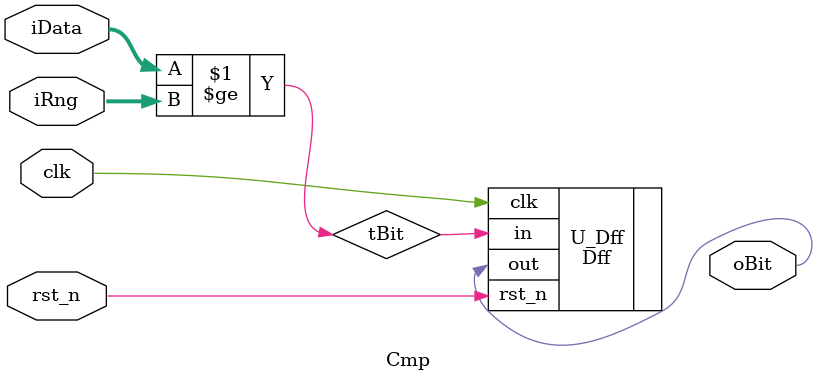
<source format=sv>
`include "Dff.sv"

module Cmp #(
    parameter IWID = 10
) (
    input logic clk,
    input logic rst_n,
    input logic [IWID - 1 : 0] iData,
    input logic [IWID - 1 : 0] iRng,
    output logic oBit
);

    logic tBit;

    assign tBit = iData >= iRng;

    Dff U_Dff(
        .clk(clk),
        .rst_n(rst_n),
        .in(tBit),
        .out(oBit)
    );

endmodule
</source>
